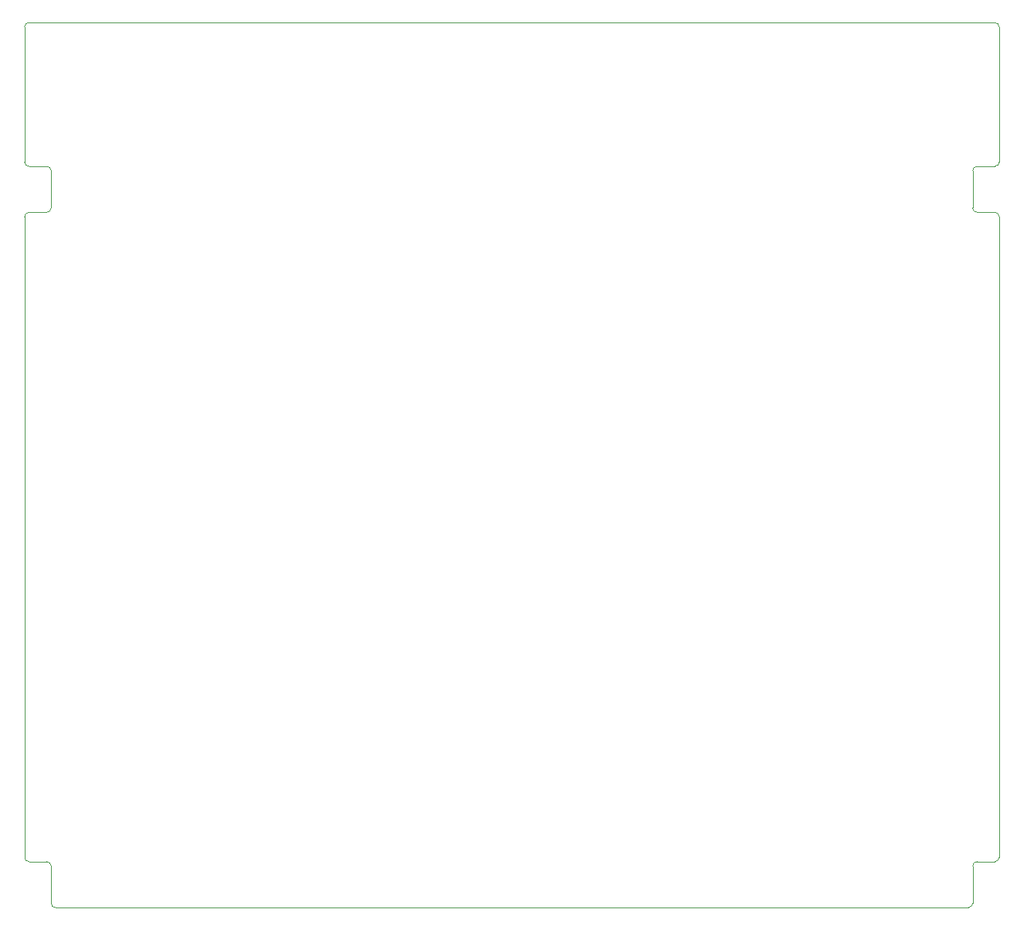
<source format=gbr>
%TF.GenerationSoftware,KiCad,Pcbnew,7.0.9*%
%TF.CreationDate,2024-01-11T14:45:23-05:00*%
%TF.ProjectId,bitcrane,62697463-7261-46e6-952e-6b696361645f,rev?*%
%TF.SameCoordinates,Original*%
%TF.FileFunction,Profile,NP*%
%FSLAX46Y46*%
G04 Gerber Fmt 4.6, Leading zero omitted, Abs format (unit mm)*
G04 Created by KiCad (PCBNEW 7.0.9) date 2024-01-11 14:45:23*
%MOMM*%
%LPD*%
G01*
G04 APERTURE LIST*
%TA.AperFunction,Profile*%
%ADD10C,0.050000*%
%TD*%
G04 APERTURE END LIST*
D10*
X61260000Y-55195000D02*
X61260000Y-50995000D01*
X61260000Y-133745000D02*
G75*
G03*
X61760000Y-134245000I499900J-100D01*
G01*
X58260000Y-49995000D02*
G75*
G03*
X58760000Y-50495000I499900J-100D01*
G01*
X167760000Y-34245000D02*
X58760000Y-34245000D01*
X167760000Y-129045000D02*
G75*
G03*
X168260000Y-128545000I0J500000D01*
G01*
X61260000Y-129545000D02*
X61260000Y-133745000D01*
X165260000Y-133745000D02*
X165260000Y-129545000D01*
X58260000Y-56195000D02*
X58260000Y-128545000D01*
X60760000Y-55695000D02*
G75*
G03*
X61260000Y-55195000I0J500000D01*
G01*
X60760000Y-50495000D02*
X58760000Y-50495000D01*
X58260000Y-34745000D02*
X58260000Y-49995000D01*
X58260000Y-128545000D02*
G75*
G03*
X58760000Y-129045000I499900J-100D01*
G01*
X165760000Y-50495000D02*
G75*
G03*
X165260000Y-50995000I0J-500000D01*
G01*
X58760000Y-55695000D02*
G75*
G03*
X58260000Y-56195000I0J-500000D01*
G01*
X165760000Y-55695000D02*
X167760000Y-55695000D01*
X60760000Y-55695000D02*
X58760000Y-55695000D01*
X168260000Y-34745000D02*
X168260000Y-49995000D01*
X61260000Y-50995000D02*
G75*
G03*
X60760000Y-50495000I-500100J-100D01*
G01*
X164760000Y-134245000D02*
X61760000Y-134245000D01*
X164760000Y-134245000D02*
G75*
G03*
X165260000Y-133745000I0J500000D01*
G01*
X168260000Y-56195000D02*
X168260000Y-128545000D01*
X61260000Y-129545000D02*
G75*
G03*
X60760000Y-129045000I-500100J-100D01*
G01*
X165760000Y-129045000D02*
X167760000Y-129045000D01*
X168260000Y-34745000D02*
G75*
G03*
X167760000Y-34245000I-500100J-100D01*
G01*
X60760000Y-129045000D02*
X58760000Y-129045000D01*
X167760000Y-50495000D02*
G75*
G03*
X168260000Y-49995000I0J500000D01*
G01*
X58760000Y-34245000D02*
G75*
G03*
X58260000Y-34745000I0J-500000D01*
G01*
X165760000Y-129045000D02*
G75*
G03*
X165260000Y-129545000I0J-500000D01*
G01*
X165760000Y-50495000D02*
X167760000Y-50495000D01*
X168260000Y-56195000D02*
G75*
G03*
X167760000Y-55695000I-500100J-100D01*
G01*
X165260000Y-50995000D02*
X165260000Y-55195000D01*
X165260000Y-55195000D02*
G75*
G03*
X165760000Y-55695000I499900J-100D01*
G01*
M02*

</source>
